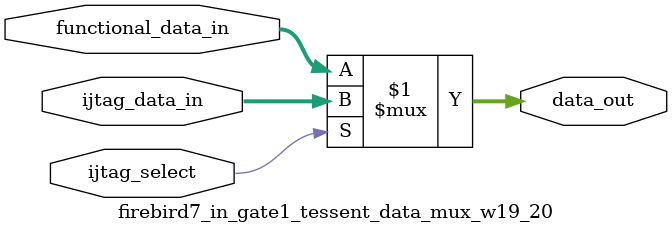
<source format=sv>

module firebird7_in_gate1_tessent_data_mux_w19_20 (
  input wire ijtag_select,
  input wire [18:0]  functional_data_in,
  input wire [18:0]  ijtag_data_in,
  output wire [18:0] data_out
);
assign data_out = (ijtag_select) ? ijtag_data_in : functional_data_in;
endmodule

</source>
